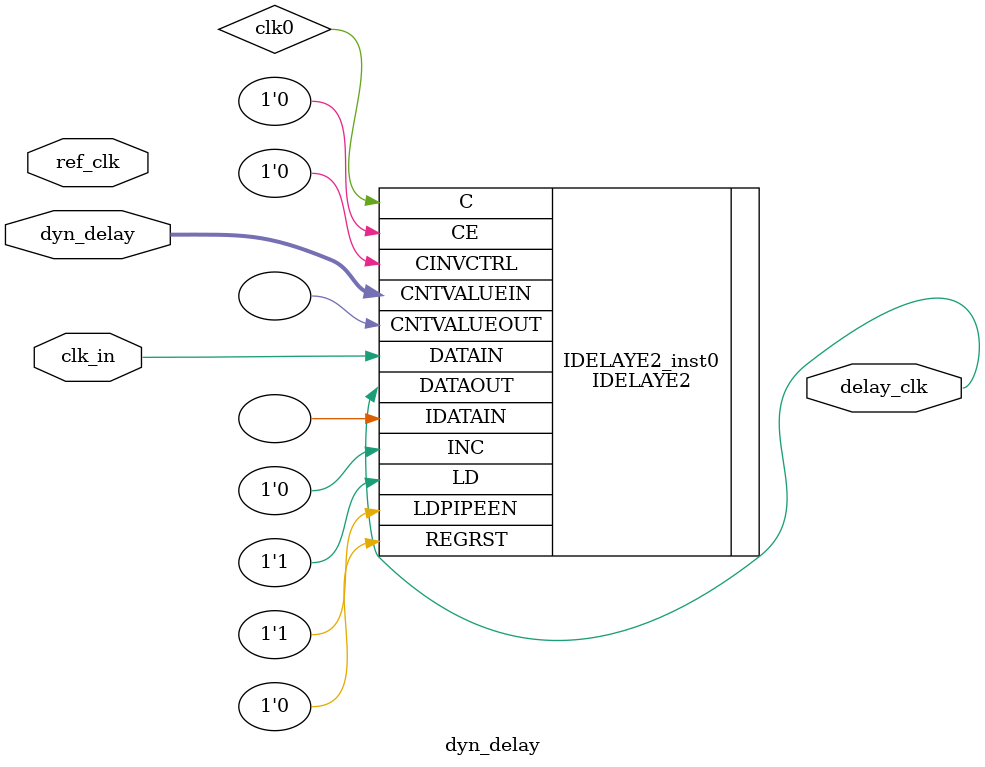
<source format=v>
`timescale 1ns / 1ps
module dyn_delay(
	input clk_in,
	input [15:0] dyn_delay,
	input	ref_clk,
	
	output delay_clk
	);
	
	
	
	
//(* IODELAY_LOC = "X1Y0" *)
IDELAYE2 #(
.CINVCTRL_SEL("FALSE"), // Enable dynamic clock inversion (FALSE, TRUE)
.DELAY_SRC("DATAIN"), // Delay input (IDATAIN, DATAIN)
.HIGH_PERFORMANCE_MODE("TRUE"), // Reduced jitter ("TRUE"), Reduced power ("FALSE")
.IDELAY_TYPE("VAR_LOAD_PIPE"), // FIXED, VARIABLE, VAR_LOAD, VAR_LOAD_PIPE
.IDELAY_VALUE(0), // Input delay tap setting (0-31)
.PIPE_SEL("TRUE"), // Select pipelined mode, FALSE, TRUE
.REFCLK_FREQUENCY(190.0), // IDELAYCTRL clock input frequency in MHz (190.0-210.0).
.SIGNAL_PATTERN("CLOCK") // DATA, CLOCK input signal
)
IDELAYE2_inst0 (
.CNTVALUEOUT(), // 5-bit output: Counter value output
.DATAOUT(delay_clk), // 1-bit output: Delayed data output
.C(clk0), // 1-bit input: Clock input  refclk
.CE(1'b0), // 1-bit input: Active high enable increment/decrement input
.CINVCTRL(1'b0), // 1-bit input: Dynamic clock inversion input
.CNTVALUEIN(dyn_delay), // 5-bit input: Counter value input
.DATAIN(clk_in), // 1-bit input: Internal delay data input
.IDATAIN(), // 1-bit input: Data input from the I/O
.INC(1'b0), // 1-bit input: Increment / Decrement tap delay input
.LD(1'b1), // 1-bit input: Load IDELAY_VALUE input
.LDPIPEEN(1'b1), // 1-bit input: Enable PIPELINE register to load data input
.REGRST(1'b0) // 1-bit input: Active-high reset tap-delay input
);


//(*LOC="IDELAY_X1Y1"*)
//(* IODELAY_LOC = "X1Y0" *)
IDELAYCTRL IDELAYCTRL_inst (
.RDY(), // 1-bit output: Ready output
.REFCLK(ref_clk), // 1-bit input: Reference clock input  //CLKOUTREF
.RST(1'b0) // 1-bit input: Active high reset input
);
	
	


endmodule

</source>
